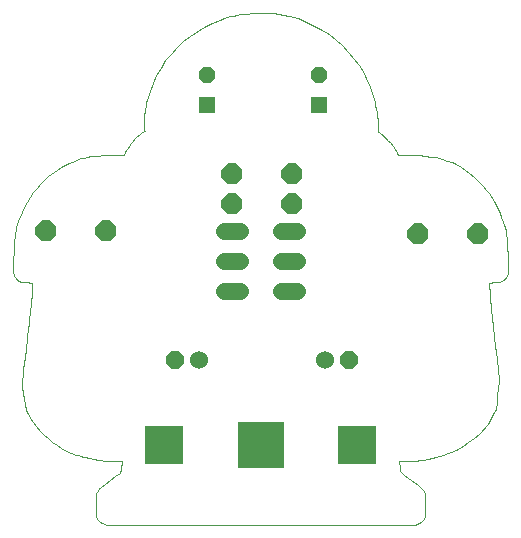
<source format=gbs>
G75*
%MOIN*%
%OFA0B0*%
%FSLAX25Y25*%
%IPPOS*%
%LPD*%
%AMOC8*
5,1,8,0,0,1.08239X$1,22.5*
%
%ADD10C,0.00394*%
%ADD11OC8,0.06000*%
%ADD12C,0.06000*%
%ADD13OC8,0.05550*%
%ADD14R,0.05550X0.05550*%
%ADD15OC8,0.07000*%
%ADD16C,0.05600*%
%ADD17R,0.15754X0.15754*%
%ADD18R,0.12998X0.12998*%
D10*
X0027228Y0036301D02*
X0028907Y0035531D01*
X0030613Y0034956D01*
X0030958Y0034840D01*
X0031373Y0034712D01*
X0031832Y0034579D01*
X0032290Y0034446D01*
X0032790Y0034309D01*
X0033819Y0034039D01*
X0034348Y0033907D01*
X0034862Y0033785D01*
X0035376Y0033664D01*
X0035875Y0033552D01*
X0036332Y0033458D01*
X0036808Y0033360D01*
X0037340Y0033266D01*
X0037897Y0033181D01*
X0038454Y0033095D01*
X0039034Y0033017D01*
X0039608Y0032951D01*
X0040182Y0032884D01*
X0040748Y0032830D01*
X0041276Y0032790D01*
X0041803Y0032751D01*
X0042291Y0032727D01*
X0042709Y0032722D01*
X0042873Y0032720D01*
X0043120Y0032717D01*
X0043366Y0032714D01*
X0043694Y0032709D01*
X0044023Y0032705D01*
X0044352Y0032701D01*
X0044682Y0032697D01*
X0044930Y0032694D01*
X0045178Y0032691D01*
X0045345Y0032689D01*
X0045397Y0032689D01*
X0045444Y0032691D01*
X0045491Y0032694D01*
X0045538Y0032697D01*
X0045586Y0032701D01*
X0045679Y0032712D01*
X0045726Y0032718D01*
X0045773Y0032724D01*
X0045820Y0032731D01*
X0045866Y0032738D01*
X0045913Y0032745D01*
X0045871Y0032516D01*
X0045831Y0032300D01*
X0045755Y0031892D01*
X0045719Y0031700D01*
X0045684Y0031517D01*
X0045649Y0031334D01*
X0045616Y0031160D01*
X0045584Y0030994D01*
X0045551Y0030828D01*
X0045520Y0030670D01*
X0045490Y0030516D01*
X0045410Y0030115D01*
X0045172Y0028910D01*
X0043553Y0027695D01*
X0041934Y0026479D01*
X0040314Y0025264D01*
X0038695Y0024048D01*
X0038448Y0023862D01*
X0038225Y0023650D01*
X0038031Y0023417D01*
X0037838Y0023183D01*
X0037672Y0022929D01*
X0037402Y0022390D01*
X0037299Y0022105D01*
X0037228Y0021810D01*
X0037158Y0021515D01*
X0037122Y0021209D01*
X0037122Y0015012D01*
X0037232Y0014494D01*
X0037631Y0013552D01*
X0037919Y0013128D01*
X0038275Y0012772D01*
X0038631Y0012416D01*
X0039055Y0012127D01*
X0039997Y0011729D01*
X0040515Y0011618D01*
X0143486Y0011618D01*
X0144004Y0011729D01*
X0144946Y0012127D01*
X0145370Y0012416D01*
X0145727Y0012772D01*
X0146083Y0013128D01*
X0146371Y0013552D01*
X0146770Y0014494D01*
X0146880Y0015012D01*
X0146880Y0021158D01*
X0146845Y0021458D01*
X0146776Y0021750D01*
X0146708Y0022041D01*
X0146607Y0022323D01*
X0146476Y0022589D01*
X0146345Y0022856D01*
X0146183Y0023108D01*
X0145805Y0023572D01*
X0145589Y0023783D01*
X0145347Y0023969D01*
X0144462Y0024652D01*
X0144020Y0024994D01*
X0143577Y0025335D01*
X0143329Y0025528D01*
X0143046Y0025745D01*
X0142451Y0026200D01*
X0142138Y0026437D01*
X0141829Y0026671D01*
X0141520Y0026905D01*
X0141215Y0027136D01*
X0140932Y0027348D01*
X0140649Y0027560D01*
X0140388Y0027754D01*
X0140169Y0027916D01*
X0139793Y0028195D01*
X0139416Y0028473D01*
X0138664Y0029031D01*
X0138623Y0029340D01*
X0138501Y0030268D01*
X0138469Y0030505D01*
X0138439Y0030733D01*
X0138409Y0030952D01*
X0138379Y0031172D01*
X0138350Y0031383D01*
X0138321Y0031587D01*
X0138292Y0031792D01*
X0138264Y0031989D01*
X0138236Y0032181D01*
X0138208Y0032373D01*
X0138180Y0032558D01*
X0138152Y0032740D01*
X0138194Y0032734D01*
X0138235Y0032728D01*
X0138318Y0032717D01*
X0138359Y0032711D01*
X0138442Y0032701D01*
X0138483Y0032697D01*
X0138525Y0032694D01*
X0138567Y0032691D01*
X0138610Y0032689D01*
X0141395Y0032689D01*
X0141915Y0032715D01*
X0142480Y0032759D01*
X0143044Y0032804D01*
X0143654Y0032867D01*
X0144272Y0032943D01*
X0144889Y0033018D01*
X0145515Y0033106D01*
X0146110Y0033199D01*
X0146706Y0033292D01*
X0147272Y0033390D01*
X0147771Y0033487D01*
X0150344Y0033982D01*
X0152765Y0034702D01*
X0157261Y0036556D01*
X0159334Y0037691D01*
X0161212Y0039017D01*
X0163089Y0040344D01*
X0164770Y0041862D01*
X0167693Y0045250D01*
X0168936Y0047119D01*
X0169936Y0049148D01*
X0169979Y0049235D01*
X0170022Y0049320D01*
X0170064Y0049402D01*
X0170106Y0049484D01*
X0170147Y0049564D01*
X0170229Y0049720D01*
X0170269Y0049796D01*
X0170308Y0049869D01*
X0170348Y0049943D01*
X0170386Y0050015D01*
X0170423Y0050084D01*
X0170703Y0052420D01*
X0170984Y0054756D01*
X0171264Y0057092D01*
X0171544Y0059428D01*
X0171533Y0059510D01*
X0171515Y0059673D01*
X0171467Y0060125D01*
X0171438Y0060414D01*
X0171404Y0060750D01*
X0171370Y0061085D01*
X0171332Y0061467D01*
X0171292Y0061879D01*
X0171252Y0062290D01*
X0171209Y0062731D01*
X0171165Y0063185D01*
X0171120Y0063656D01*
X0171065Y0064182D01*
X0171005Y0064729D01*
X0170944Y0065276D01*
X0170879Y0065843D01*
X0170812Y0066394D01*
X0170746Y0066946D01*
X0170677Y0067482D01*
X0170546Y0068451D01*
X0170482Y0068884D01*
X0170425Y0069230D01*
X0170381Y0069497D01*
X0170334Y0069810D01*
X0170240Y0070485D01*
X0170193Y0070846D01*
X0170148Y0071207D01*
X0170103Y0071569D01*
X0170061Y0071931D01*
X0169988Y0072609D01*
X0169957Y0072925D01*
X0169935Y0073195D01*
X0169910Y0073500D01*
X0169876Y0073878D01*
X0169835Y0074301D01*
X0169794Y0074724D01*
X0169747Y0075191D01*
X0169696Y0075674D01*
X0169645Y0076157D01*
X0169591Y0076655D01*
X0169537Y0077140D01*
X0169482Y0077624D01*
X0169427Y0078096D01*
X0169375Y0078525D01*
X0169325Y0078939D01*
X0169272Y0079395D01*
X0169219Y0079866D01*
X0169167Y0080336D01*
X0169114Y0080821D01*
X0169065Y0081293D01*
X0169016Y0081764D01*
X0168970Y0082222D01*
X0168930Y0082637D01*
X0168890Y0083053D01*
X0168856Y0083427D01*
X0168831Y0083731D01*
X0168813Y0083952D01*
X0168794Y0084177D01*
X0168773Y0084404D01*
X0168752Y0084631D01*
X0168729Y0084860D01*
X0168704Y0085090D01*
X0168678Y0085320D01*
X0168650Y0085550D01*
X0168618Y0085780D01*
X0168585Y0086010D01*
X0168550Y0086239D01*
X0168509Y0086467D01*
X0168519Y0086467D01*
X0168425Y0087924D01*
X0168332Y0089381D01*
X0168238Y0090839D01*
X0168144Y0092296D01*
X0168772Y0092311D01*
X0169401Y0092325D01*
X0170029Y0092339D01*
X0170657Y0092353D01*
X0170919Y0092359D01*
X0171178Y0092391D01*
X0171683Y0092505D01*
X0171929Y0092586D01*
X0172164Y0092691D01*
X0172399Y0092795D01*
X0172624Y0092922D01*
X0172836Y0093071D01*
X0173047Y0093220D01*
X0173245Y0093390D01*
X0173425Y0093581D01*
X0173605Y0093771D02*
X0173765Y0093978D01*
X0173902Y0094197D01*
X0174040Y0094416D01*
X0174155Y0094648D01*
X0174246Y0094889D01*
X0174338Y0095129D01*
X0174406Y0095379D01*
X0174492Y0095889D01*
X0174510Y0096150D01*
X0174502Y0096412D01*
X0174457Y0097860D01*
X0174367Y0100756D01*
X0174322Y0102204D01*
X0174279Y0103556D01*
X0174240Y0104648D01*
X0174185Y0105583D01*
X0174130Y0106518D01*
X0174060Y0107296D01*
X0173957Y0108019D01*
X0173853Y0108742D01*
X0173717Y0109410D01*
X0173343Y0110843D01*
X0173105Y0111606D01*
X0172798Y0112520D01*
X0172275Y0114077D01*
X0171693Y0115535D01*
X0171042Y0116911D01*
X0170391Y0118287D01*
X0169670Y0119582D01*
X0168066Y0122042D01*
X0167183Y0123208D01*
X0166208Y0124328D01*
X0165232Y0125447D01*
X0164164Y0126520D01*
X0162992Y0127564D01*
X0161603Y0128801D01*
X0160189Y0129859D01*
X0158707Y0130754D01*
X0157225Y0131649D01*
X0155675Y0132381D01*
X0154016Y0132965D01*
X0152356Y0133548D01*
X0150587Y0133983D01*
X0148665Y0134285D01*
X0146744Y0134587D01*
X0144670Y0134755D01*
X0142403Y0134804D01*
X0142152Y0134809D01*
X0141764Y0134817D01*
X0141377Y0134826D01*
X0140853Y0134837D01*
X0139762Y0134860D01*
X0139195Y0134873D01*
X0138246Y0134893D01*
X0137865Y0134901D01*
X0137692Y0134904D01*
X0137530Y0135373D01*
X0137342Y0135809D01*
X0137122Y0136229D01*
X0136902Y0136649D01*
X0136650Y0137052D01*
X0136361Y0137453D01*
X0136073Y0137854D01*
X0135748Y0138252D01*
X0135382Y0138663D01*
X0135015Y0139074D01*
X0134608Y0139497D01*
X0134154Y0139948D01*
X0134101Y0140000D01*
X0134050Y0140052D01*
X0134000Y0140102D01*
X0133950Y0140153D01*
X0133902Y0140203D01*
X0133854Y0140252D01*
X0133807Y0140301D01*
X0133761Y0140349D01*
X0133715Y0140396D01*
X0133670Y0140443D01*
X0133626Y0140489D01*
X0133583Y0140535D01*
X0133373Y0140754D01*
X0133168Y0140960D01*
X0132760Y0141350D01*
X0132557Y0141534D01*
X0132351Y0141706D01*
X0132146Y0141879D01*
X0131939Y0142041D01*
X0131514Y0142344D01*
X0131296Y0142485D01*
X0131070Y0142617D01*
X0131108Y0142743D01*
X0131141Y0142870D01*
X0131193Y0143127D01*
X0131213Y0143257D01*
X0131226Y0143387D01*
X0131240Y0143518D01*
X0131246Y0143650D01*
X0131246Y0143782D01*
X0131246Y0143915D01*
X0131239Y0144048D01*
X0131225Y0144181D01*
X0131166Y0144738D01*
X0131107Y0145296D01*
X0131047Y0145854D01*
X0130988Y0146412D01*
X0130839Y0147817D01*
X0130676Y0149070D01*
X0130483Y0150227D01*
X0130291Y0151383D01*
X0130069Y0152443D01*
X0129805Y0153462D01*
X0129540Y0154481D01*
X0129232Y0155459D01*
X0128867Y0156452D01*
X0128501Y0157444D01*
X0128078Y0158452D01*
X0127582Y0159529D01*
X0126350Y0162205D01*
X0124834Y0164703D01*
X0121311Y0169280D01*
X0119303Y0171358D01*
X0117087Y0173196D01*
X0114871Y0175034D01*
X0112447Y0176631D01*
X0109853Y0177956D01*
X0107259Y0179281D01*
X0104494Y0180333D01*
X0101597Y0181081D01*
X0100746Y0181301D01*
X0100006Y0181476D01*
X0099304Y0181616D01*
X0098602Y0181756D01*
X0097938Y0181861D01*
X0096536Y0182015D01*
X0095799Y0182065D01*
X0094951Y0182095D01*
X0094103Y0182125D01*
X0093144Y0182136D01*
X0090593Y0182136D01*
X0089357Y0182106D01*
X0087077Y0181961D01*
X0086033Y0181845D01*
X0085010Y0181675D01*
X0083987Y0181505D01*
X0082985Y0181279D01*
X0081929Y0180986D01*
X0080873Y0180693D01*
X0079764Y0180333D01*
X0078527Y0179892D01*
X0075787Y0178917D01*
X0073184Y0177630D01*
X0068342Y0174521D01*
X0066104Y0172699D01*
X0064091Y0170656D01*
X0062079Y0168612D01*
X0060294Y0166347D01*
X0058779Y0163905D01*
X0057264Y0161463D01*
X0056021Y0158844D01*
X0055093Y0156093D01*
X0054754Y0155088D01*
X0054467Y0154159D01*
X0054226Y0153280D01*
X0053986Y0152401D01*
X0053793Y0151573D01*
X0053492Y0149969D01*
X0053383Y0149192D01*
X0053312Y0148417D01*
X0053242Y0147641D01*
X0053209Y0146867D01*
X0053209Y0143675D01*
X0053213Y0143586D01*
X0053227Y0143412D01*
X0053238Y0143325D01*
X0053252Y0143240D01*
X0053265Y0143154D01*
X0053281Y0143070D01*
X0053300Y0142986D01*
X0053318Y0142902D01*
X0053339Y0142819D01*
X0053361Y0142737D01*
X0052643Y0142331D01*
X0051934Y0141833D01*
X0050574Y0140701D01*
X0049924Y0140066D01*
X0049323Y0139385D01*
X0048723Y0138705D01*
X0048173Y0137979D01*
X0047694Y0137231D01*
X0047214Y0136483D01*
X0046806Y0135713D01*
X0046488Y0134943D01*
X0046482Y0134943D01*
X0046477Y0134944D01*
X0046471Y0134944D01*
X0046466Y0134945D01*
X0046460Y0134946D01*
X0046455Y0134946D01*
X0046449Y0134947D01*
X0046443Y0134948D01*
X0046438Y0134949D01*
X0046432Y0134949D01*
X0046427Y0134949D01*
X0046408Y0134949D01*
X0046063Y0134936D01*
X0045040Y0134897D01*
X0044364Y0134871D01*
X0043014Y0134819D01*
X0042341Y0134792D01*
X0041331Y0134753D01*
X0040996Y0134740D01*
X0039350Y0134676D01*
X0037935Y0134586D01*
X0035398Y0134319D01*
X0034277Y0134140D01*
X0033217Y0133898D01*
X0032157Y0133657D01*
X0031160Y0133351D01*
X0030141Y0132963D01*
X0029122Y0132575D01*
X0028081Y0132103D01*
X0026934Y0131530D01*
X0025445Y0130786D01*
X0023992Y0129863D01*
X0021211Y0127720D01*
X0019884Y0126499D01*
X0018648Y0125158D01*
X0017411Y0123818D01*
X0016265Y0122358D01*
X0015236Y0120808D01*
X0014208Y0119258D01*
X0013297Y0117619D01*
X0012532Y0115919D01*
X0012022Y0114788D01*
X0011605Y0113770D01*
X0010920Y0111780D01*
X0010652Y0110808D01*
X0010441Y0109771D01*
X0010229Y0108734D01*
X0010073Y0107630D01*
X0009956Y0106372D01*
X0009838Y0105114D01*
X0009759Y0103701D01*
X0009699Y0102044D01*
X0009648Y0100641D01*
X0009548Y0097834D01*
X0009497Y0096430D01*
X0009488Y0096167D01*
X0009505Y0095906D01*
X0009547Y0095650D01*
X0009590Y0095394D01*
X0009657Y0095143D01*
X0009748Y0094901D01*
X0009839Y0094660D01*
X0009954Y0094427D01*
X0010228Y0093987D01*
X0010388Y0093779D01*
X0010568Y0093587D01*
X0010749Y0093396D01*
X0010947Y0093225D01*
X0011370Y0092925D01*
X0011596Y0092797D01*
X0012067Y0092588D01*
X0012314Y0092506D01*
X0012567Y0092449D01*
X0012820Y0092392D01*
X0013080Y0092359D01*
X0013343Y0092353D01*
X0013997Y0092338D01*
X0014651Y0092323D01*
X0015306Y0092309D01*
X0015960Y0092294D01*
X0015791Y0089382D01*
X0015707Y0087926D01*
X0015622Y0086471D01*
X0015607Y0086321D01*
X0015589Y0086146D01*
X0015569Y0085951D01*
X0015548Y0085755D01*
X0015525Y0085538D01*
X0015499Y0085303D01*
X0015473Y0085068D01*
X0015445Y0084814D01*
X0015414Y0084546D01*
X0015384Y0084277D01*
X0015351Y0083993D01*
X0015316Y0083697D01*
X0015260Y0083226D01*
X0015082Y0081732D01*
X0014960Y0080709D01*
X0014696Y0078497D01*
X0014555Y0077308D01*
X0014425Y0076231D01*
X0014296Y0075153D01*
X0014180Y0074188D01*
X0014100Y0073527D01*
X0013695Y0070179D01*
X0013390Y0067585D01*
X0013161Y0065569D01*
X0012931Y0063553D01*
X0012778Y0062116D01*
X0012675Y0061085D01*
X0012572Y0060053D01*
X0012520Y0059426D01*
X0012493Y0059029D01*
X0012466Y0058633D01*
X0012465Y0058467D01*
X0012464Y0058358D01*
X0012462Y0058112D01*
X0012459Y0057866D01*
X0012457Y0057620D01*
X0012455Y0057374D01*
X0012791Y0055490D01*
X0013127Y0053605D01*
X0013462Y0051721D01*
X0013798Y0049836D01*
X0013841Y0049756D01*
X0013885Y0049674D01*
X0013930Y0049590D01*
X0013975Y0049506D01*
X0014021Y0049420D01*
X0014067Y0049331D01*
X0014114Y0049242D01*
X0014162Y0049151D01*
X0014258Y0048965D01*
X0014307Y0048869D01*
X0014356Y0048771D01*
X0015119Y0047248D01*
X0016090Y0045767D01*
X0017224Y0044366D01*
X0018358Y0042966D01*
X0019655Y0041645D01*
X0021069Y0040442D01*
X0022484Y0039240D01*
X0024017Y0038156D01*
X0025623Y0037229D01*
X0027228Y0036301D01*
D11*
X0063500Y0066600D03*
X0121500Y0066600D03*
D12*
X0113500Y0066600D03*
X0071500Y0066600D03*
D13*
X0074000Y0161600D03*
X0111500Y0161600D03*
D14*
X0111500Y0151600D03*
X0074000Y0151600D03*
D15*
X0082500Y0128600D03*
X0082500Y0118600D03*
X0102500Y0118600D03*
X0102500Y0128600D03*
X0144500Y0108600D03*
X0164500Y0108600D03*
X0040500Y0109600D03*
X0020500Y0109600D03*
D16*
X0079900Y0109600D02*
X0085100Y0109600D01*
X0085100Y0099600D02*
X0079900Y0099600D01*
X0079900Y0089600D02*
X0085100Y0089600D01*
X0098900Y0089600D02*
X0104100Y0089600D01*
X0104100Y0099600D02*
X0098900Y0099600D01*
X0098900Y0109600D02*
X0104100Y0109600D01*
D17*
X0092000Y0038100D03*
D18*
X0059717Y0038100D03*
X0124283Y0038100D03*
M02*

</source>
